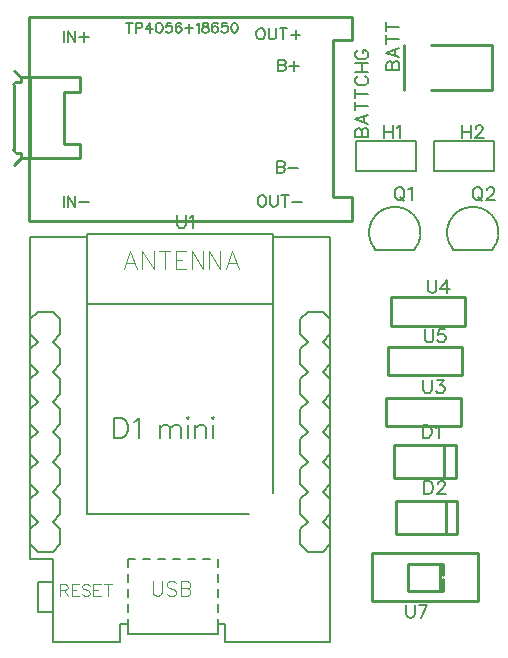
<source format=gto>
G04 Layer: TopSilkscreenLayer*
G04 EasyEDA v6.5.47, 2024-10-06 10:13:02*
G04 ffcbb33f17924234841025c486cc4069,e014b3835f5d4d88964e6d66dd9d747e,10*
G04 Gerber Generator version 0.2*
G04 Scale: 100 percent, Rotated: No, Reflected: No *
G04 Dimensions in millimeters *
G04 leading zeros omitted , absolute positions ,4 integer and 5 decimal *
%FSLAX45Y45*%
%MOMM*%

%ADD10C,0.1524*%
%ADD11C,0.1219*%
%ADD12C,0.1422*%
%ADD13C,0.0813*%
%ADD14C,0.1016*%
%ADD15C,0.2032*%
%ADD16C,0.2540*%
%ADD17C,0.2030*%
%ADD18C,0.1520*%
%ADD19C,0.1270*%
%ADD20C,0.0159*%

%LPD*%
D10*
X4099306Y4852415D02*
G01*
X4099306Y4743450D01*
X4099306Y4852415D02*
G01*
X4135627Y4852415D01*
X4151375Y4847336D01*
X4161536Y4836921D01*
X4166870Y4826507D01*
X4171950Y4810760D01*
X4171950Y4784852D01*
X4166870Y4769357D01*
X4161536Y4758944D01*
X4151375Y4748529D01*
X4135627Y4743450D01*
X4099306Y4743450D01*
X4206240Y4831587D02*
G01*
X4216654Y4836921D01*
X4232402Y4852415D01*
X4232402Y4743450D01*
X4112006Y4382515D02*
G01*
X4112006Y4273550D01*
X4112006Y4382515D02*
G01*
X4148327Y4382515D01*
X4164075Y4377436D01*
X4174236Y4367021D01*
X4179570Y4356607D01*
X4184650Y4340860D01*
X4184650Y4314952D01*
X4179570Y4299457D01*
X4174236Y4289044D01*
X4164075Y4278629D01*
X4148327Y4273550D01*
X4112006Y4273550D01*
X4224274Y4356607D02*
G01*
X4224274Y4361687D01*
X4229354Y4372102D01*
X4234688Y4377436D01*
X4245102Y4382515D01*
X4265675Y4382515D01*
X4276090Y4377436D01*
X4281424Y4372102D01*
X4286504Y4361687D01*
X4286504Y4351273D01*
X4281424Y4340860D01*
X4271009Y4325365D01*
X4218940Y4273550D01*
X4291838Y4273550D01*
X3789197Y7861274D02*
G01*
X3898163Y7861274D01*
X3789197Y7861274D02*
G01*
X3789197Y7908010D01*
X3794277Y7923758D01*
X3799611Y7928838D01*
X3810025Y7933918D01*
X3820439Y7933918D01*
X3830853Y7928838D01*
X3835933Y7923758D01*
X3841013Y7908010D01*
X3841013Y7861274D02*
G01*
X3841013Y7908010D01*
X3846347Y7923758D01*
X3851427Y7928838D01*
X3861841Y7933918D01*
X3877589Y7933918D01*
X3888003Y7928838D01*
X3893083Y7923758D01*
X3898163Y7908010D01*
X3898163Y7861274D01*
X3789197Y8009864D02*
G01*
X3898163Y7968208D01*
X3789197Y8009864D02*
G01*
X3898163Y8051520D01*
X3861841Y7983956D02*
G01*
X3861841Y8035772D01*
X3789197Y8122132D02*
G01*
X3898163Y8122132D01*
X3789197Y8085810D02*
G01*
X3789197Y8158454D01*
X3789197Y8229066D02*
G01*
X3898163Y8229066D01*
X3789197Y8192744D02*
G01*
X3789197Y8265388D01*
X3771900Y7392415D02*
G01*
X3771900Y7283450D01*
X3844543Y7392415D02*
G01*
X3844543Y7283450D01*
X3771900Y7340600D02*
G01*
X3844543Y7340600D01*
X3878834Y7371587D02*
G01*
X3889247Y7376921D01*
X3904995Y7392415D01*
X3904995Y7283450D01*
X4432300Y7392415D02*
G01*
X4432300Y7283450D01*
X4504943Y7392415D02*
G01*
X4504943Y7283450D01*
X4432300Y7340600D02*
G01*
X4504943Y7340600D01*
X4544568Y7366508D02*
G01*
X4544568Y7371587D01*
X4549647Y7382002D01*
X4554981Y7387336D01*
X4565395Y7392415D01*
X4585970Y7392415D01*
X4596384Y7387336D01*
X4601718Y7382002D01*
X4606797Y7371587D01*
X4606797Y7361173D01*
X4601718Y7350760D01*
X4591304Y7335265D01*
X4539234Y7283450D01*
X4612131Y7283450D01*
X3889857Y6871563D02*
G01*
X3879443Y6866483D01*
X3869029Y6856069D01*
X3863695Y6845655D01*
X3858615Y6829907D01*
X3858615Y6803999D01*
X3863695Y6788505D01*
X3869029Y6778091D01*
X3879443Y6767677D01*
X3889857Y6762597D01*
X3910685Y6762597D01*
X3920845Y6767677D01*
X3931259Y6778091D01*
X3936593Y6788505D01*
X3941673Y6803999D01*
X3941673Y6829907D01*
X3936593Y6845655D01*
X3931259Y6856069D01*
X3920845Y6866483D01*
X3910685Y6871563D01*
X3889857Y6871563D01*
X3905351Y6783171D02*
G01*
X3936593Y6752183D01*
X3975963Y6850735D02*
G01*
X3986377Y6856069D01*
X4002125Y6871563D01*
X4002125Y6762597D01*
X4550257Y6871563D02*
G01*
X4539843Y6866483D01*
X4529429Y6856069D01*
X4524095Y6845655D01*
X4519015Y6829907D01*
X4519015Y6803999D01*
X4524095Y6788505D01*
X4529429Y6778091D01*
X4539843Y6767677D01*
X4550257Y6762597D01*
X4571085Y6762597D01*
X4581245Y6767677D01*
X4591659Y6778091D01*
X4596993Y6788505D01*
X4602073Y6803999D01*
X4602073Y6829907D01*
X4596993Y6845655D01*
X4591659Y6856069D01*
X4581245Y6866483D01*
X4571085Y6871563D01*
X4550257Y6871563D01*
X4565751Y6783171D02*
G01*
X4596993Y6752183D01*
X4641697Y6845655D02*
G01*
X4641697Y6850735D01*
X4646777Y6861149D01*
X4652111Y6866483D01*
X4662525Y6871563D01*
X4683099Y6871563D01*
X4693513Y6866483D01*
X4698847Y6861149D01*
X4703927Y6850735D01*
X4703927Y6840321D01*
X4698847Y6829907D01*
X4688433Y6814413D01*
X4636363Y6762597D01*
X4709261Y6762597D01*
X2019300Y6630415D02*
G01*
X2019300Y6552437D01*
X2024379Y6536944D01*
X2034793Y6526529D01*
X2050541Y6521450D01*
X2060956Y6521450D01*
X2076450Y6526529D01*
X2086863Y6536944D01*
X2091943Y6552437D01*
X2091943Y6630415D01*
X2126234Y6609587D02*
G01*
X2136647Y6614921D01*
X2152395Y6630415D01*
X2152395Y6521450D01*
D11*
X1620012Y6325870D02*
G01*
X1564639Y6180581D01*
X1620012Y6325870D02*
G01*
X1675384Y6180581D01*
X1585468Y6229095D02*
G01*
X1654810Y6229095D01*
X1721104Y6325870D02*
G01*
X1721104Y6180581D01*
X1721104Y6325870D02*
G01*
X1818131Y6180581D01*
X1818131Y6325870D02*
G01*
X1818131Y6180581D01*
X1912365Y6325870D02*
G01*
X1912365Y6180581D01*
X1863852Y6325870D02*
G01*
X1960879Y6325870D01*
X2006600Y6325870D02*
G01*
X2006600Y6180581D01*
X2006600Y6325870D02*
G01*
X2096770Y6325870D01*
X2006600Y6256781D02*
G01*
X2061972Y6256781D01*
X2006600Y6180581D02*
G01*
X2096770Y6180581D01*
X2142490Y6325870D02*
G01*
X2142490Y6180581D01*
X2142490Y6325870D02*
G01*
X2239263Y6180581D01*
X2239263Y6325870D02*
G01*
X2239263Y6180581D01*
X2284984Y6325870D02*
G01*
X2284984Y6180581D01*
X2284984Y6325870D02*
G01*
X2382011Y6180581D01*
X2382011Y6325870D02*
G01*
X2382011Y6180581D01*
X2483104Y6325870D02*
G01*
X2427731Y6180581D01*
X2483104Y6325870D02*
G01*
X2538729Y6180581D01*
X2448559Y6229095D02*
G01*
X2517902Y6229095D01*
D12*
X1484629Y4916423D02*
G01*
X1484629Y4746752D01*
X1484629Y4916423D02*
G01*
X1541271Y4916423D01*
X1565402Y4908550D01*
X1581657Y4892294D01*
X1589786Y4876037D01*
X1597660Y4851907D01*
X1597660Y4811521D01*
X1589786Y4787137D01*
X1581657Y4771136D01*
X1565402Y4754879D01*
X1541271Y4746752D01*
X1484629Y4746752D01*
X1651000Y4884165D02*
G01*
X1667255Y4892294D01*
X1691639Y4916423D01*
X1691639Y4746752D01*
X1869439Y4860036D02*
G01*
X1869439Y4746752D01*
X1869439Y4827523D02*
G01*
X1893570Y4851907D01*
X1909826Y4860036D01*
X1933956Y4860036D01*
X1950211Y4851907D01*
X1958340Y4827523D01*
X1958340Y4746752D01*
X1958340Y4827523D02*
G01*
X1982470Y4851907D01*
X1998725Y4860036D01*
X2022856Y4860036D01*
X2039111Y4851907D01*
X2047240Y4827523D01*
X2047240Y4746752D01*
X2100579Y4916423D02*
G01*
X2108454Y4908550D01*
X2116581Y4916423D01*
X2108454Y4924552D01*
X2100579Y4916423D01*
X2108454Y4860036D02*
G01*
X2108454Y4746752D01*
X2169922Y4860036D02*
G01*
X2169922Y4746752D01*
X2169922Y4827523D02*
G01*
X2194306Y4851907D01*
X2210308Y4860036D01*
X2234691Y4860036D01*
X2250693Y4851907D01*
X2258822Y4827523D01*
X2258822Y4746752D01*
X2312161Y4916423D02*
G01*
X2320290Y4908550D01*
X2328418Y4916423D01*
X2320290Y4924552D01*
X2312161Y4916423D01*
X2320290Y4860036D02*
G01*
X2320290Y4746752D01*
D13*
X1028700Y3506215D02*
G01*
X1028700Y3409187D01*
X1028700Y3506215D02*
G01*
X1070355Y3506215D01*
X1084071Y3501389D01*
X1088644Y3496818D01*
X1093470Y3487673D01*
X1093470Y3478529D01*
X1088644Y3469131D01*
X1084071Y3464560D01*
X1070355Y3459987D01*
X1028700Y3459987D01*
X1060957Y3459987D02*
G01*
X1093470Y3409187D01*
X1123950Y3506215D02*
G01*
X1123950Y3409187D01*
X1123950Y3506215D02*
G01*
X1183894Y3506215D01*
X1123950Y3459987D02*
G01*
X1160779Y3459987D01*
X1123950Y3409187D02*
G01*
X1183894Y3409187D01*
X1278889Y3492245D02*
G01*
X1269745Y3501389D01*
X1256029Y3506215D01*
X1237487Y3506215D01*
X1223518Y3501389D01*
X1214373Y3492245D01*
X1214373Y3483102D01*
X1218945Y3473704D01*
X1223518Y3469131D01*
X1232915Y3464560D01*
X1260602Y3455415D01*
X1269745Y3450589D01*
X1274318Y3446018D01*
X1278889Y3436873D01*
X1278889Y3422904D01*
X1269745Y3413760D01*
X1256029Y3409187D01*
X1237487Y3409187D01*
X1223518Y3413760D01*
X1214373Y3422904D01*
X1309370Y3506215D02*
G01*
X1309370Y3409187D01*
X1309370Y3506215D02*
G01*
X1369568Y3506215D01*
X1309370Y3459987D02*
G01*
X1346454Y3459987D01*
X1309370Y3409187D02*
G01*
X1369568Y3409187D01*
X1432305Y3506215D02*
G01*
X1432305Y3409187D01*
X1400047Y3506215D02*
G01*
X1464563Y3506215D01*
D14*
X1809750Y3531870D02*
G01*
X1809750Y3445255D01*
X1815592Y3427729D01*
X1827021Y3416300D01*
X1844294Y3410457D01*
X1855978Y3410457D01*
X1873250Y3416300D01*
X1884679Y3427729D01*
X1890521Y3445255D01*
X1890521Y3531870D01*
X2009393Y3514344D02*
G01*
X1997963Y3526028D01*
X1980691Y3531870D01*
X1957577Y3531870D01*
X1940306Y3526028D01*
X1928621Y3514344D01*
X1928621Y3502913D01*
X1934463Y3491229D01*
X1940306Y3485642D01*
X1951736Y3479800D01*
X1986279Y3468370D01*
X1997963Y3462528D01*
X2003806Y3456686D01*
X2009393Y3445255D01*
X2009393Y3427729D01*
X1997963Y3416300D01*
X1980691Y3410457D01*
X1957577Y3410457D01*
X1940306Y3416300D01*
X1928621Y3427729D01*
X2047493Y3531870D02*
G01*
X2047493Y3410457D01*
X2047493Y3531870D02*
G01*
X2099563Y3531870D01*
X2116836Y3526028D01*
X2122677Y3520186D01*
X2128520Y3508755D01*
X2128520Y3497071D01*
X2122677Y3485642D01*
X2116836Y3479800D01*
X2099563Y3473957D01*
X2047493Y3473957D02*
G01*
X2099563Y3473957D01*
X2116836Y3468370D01*
X2122677Y3462528D01*
X2128520Y3450844D01*
X2128520Y3433571D01*
X2122677Y3422142D01*
X2116836Y3416300D01*
X2099563Y3410457D01*
X2047493Y3410457D01*
D10*
X3527087Y7294679D02*
G01*
X3636053Y7294679D01*
X3527087Y7294679D02*
G01*
X3527087Y7341415D01*
X3532167Y7356909D01*
X3537501Y7362243D01*
X3547915Y7367323D01*
X3558075Y7367323D01*
X3568489Y7362243D01*
X3573823Y7356909D01*
X3578903Y7341415D01*
X3578903Y7294679D02*
G01*
X3578903Y7341415D01*
X3584237Y7356909D01*
X3589317Y7362243D01*
X3599731Y7367323D01*
X3615225Y7367323D01*
X3625639Y7362243D01*
X3630973Y7356909D01*
X3636053Y7341415D01*
X3636053Y7294679D01*
X3527087Y7443269D02*
G01*
X3636053Y7401613D01*
X3527087Y7443269D02*
G01*
X3636053Y7484925D01*
X3599731Y7417361D02*
G01*
X3599731Y7469177D01*
X3527087Y7555537D02*
G01*
X3636053Y7555537D01*
X3527087Y7519215D02*
G01*
X3527087Y7591859D01*
X3527087Y7662471D02*
G01*
X3636053Y7662471D01*
X3527087Y7626149D02*
G01*
X3527087Y7698793D01*
X3552995Y7811061D02*
G01*
X3542581Y7805981D01*
X3532167Y7795567D01*
X3527087Y7785153D01*
X3527087Y7764325D01*
X3532167Y7753911D01*
X3542581Y7743497D01*
X3552995Y7738417D01*
X3568489Y7733083D01*
X3594651Y7733083D01*
X3610145Y7738417D01*
X3620559Y7743497D01*
X3630973Y7753911D01*
X3636053Y7764325D01*
X3636053Y7785153D01*
X3630973Y7795567D01*
X3620559Y7805981D01*
X3610145Y7811061D01*
X3527087Y7845351D02*
G01*
X3636053Y7845351D01*
X3527087Y7918249D02*
G01*
X3636053Y7918249D01*
X3578903Y7845351D02*
G01*
X3578903Y7918249D01*
X3552995Y8030263D02*
G01*
X3542581Y8025183D01*
X3532167Y8014769D01*
X3527087Y8004355D01*
X3527087Y7983527D01*
X3532167Y7973113D01*
X3542581Y7962699D01*
X3552995Y7957619D01*
X3568489Y7952539D01*
X3594651Y7952539D01*
X3610145Y7957619D01*
X3620559Y7962699D01*
X3630973Y7973113D01*
X3636053Y7983527D01*
X3636053Y8004355D01*
X3630973Y8014769D01*
X3620559Y8025183D01*
X3610145Y8030263D01*
X3594651Y8030263D01*
X3594651Y8004355D02*
G01*
X3594651Y8030263D01*
D15*
X2716529Y8216188D02*
G01*
X2707386Y8211616D01*
X2697988Y8202472D01*
X2693415Y8193328D01*
X2689352Y8179866D01*
X2689352Y8157006D01*
X2693415Y8143290D01*
X2697988Y8134400D01*
X2707386Y8125256D01*
X2716529Y8120684D01*
X2734309Y8120684D01*
X2743454Y8125256D01*
X2753106Y8134400D01*
X2756915Y8143290D01*
X2761488Y8157006D01*
X2761488Y8179866D01*
X2756915Y8193328D01*
X2753106Y8202472D01*
X2743454Y8211616D01*
X2734309Y8216188D01*
X2716529Y8216188D01*
X2791459Y8216188D02*
G01*
X2791459Y8147862D01*
X2796286Y8134400D01*
X2805429Y8125256D01*
X2818891Y8120684D01*
X2828036Y8120684D01*
X2842006Y8125256D01*
X2850641Y8134400D01*
X2855213Y8147862D01*
X2855213Y8216188D01*
X2916936Y8216188D02*
G01*
X2916936Y8120684D01*
X2885186Y8216188D02*
G01*
X2948940Y8216188D01*
X3020059Y8202472D02*
G01*
X3020059Y8120684D01*
X2978911Y8161578D02*
G01*
X3060954Y8161578D01*
X2874518Y7948726D02*
G01*
X2874518Y7853222D01*
X2874518Y7948726D02*
G01*
X2914650Y7948726D01*
X2928874Y7944154D01*
X2933445Y7939582D01*
X2938272Y7930438D01*
X2938272Y7921294D01*
X2933445Y7912404D01*
X2928874Y7907832D01*
X2914650Y7903260D01*
X2874518Y7903260D02*
G01*
X2914650Y7903260D01*
X2928874Y7898688D01*
X2933445Y7894116D01*
X2938272Y7884972D01*
X2938272Y7871510D01*
X2933445Y7862366D01*
X2928874Y7857794D01*
X2914650Y7853222D01*
X2874518Y7853222D01*
X3008375Y7935010D02*
G01*
X3008375Y7853222D01*
X2968243Y7894116D02*
G01*
X3049524Y7894116D01*
X2864865Y7088936D02*
G01*
X2864865Y6993178D01*
X2864865Y7088936D02*
G01*
X2905506Y7088936D01*
X2919475Y7084364D01*
X2924047Y7079538D01*
X2928620Y7070394D01*
X2928620Y7061504D01*
X2924047Y7052614D01*
X2919475Y7047788D01*
X2905506Y7043216D01*
X2864865Y7043216D02*
G01*
X2905506Y7043216D01*
X2919475Y7038644D01*
X2924047Y7034326D01*
X2928620Y7024928D01*
X2928620Y7011466D01*
X2924047Y7002576D01*
X2919475Y6998004D01*
X2905506Y6993178D01*
X2864865Y6993178D01*
X2958591Y7034326D02*
G01*
X3040379Y7034326D01*
X2728213Y6799376D02*
G01*
X2720086Y6794804D01*
X2710688Y6785660D01*
X2705861Y6776516D01*
X2701290Y6763054D01*
X2701290Y6740194D01*
X2705861Y6726478D01*
X2710688Y6717588D01*
X2720086Y6708444D01*
X2728213Y6703872D01*
X2747009Y6703872D01*
X2755645Y6708444D01*
X2764790Y6717588D01*
X2769361Y6726478D01*
X2774188Y6740194D01*
X2774188Y6763054D01*
X2769361Y6776516D01*
X2764790Y6785660D01*
X2755645Y6794804D01*
X2747009Y6799376D01*
X2728213Y6799376D01*
X2804159Y6799376D02*
G01*
X2804159Y6731050D01*
X2808986Y6717588D01*
X2817368Y6708444D01*
X2831338Y6703872D01*
X2840736Y6703872D01*
X2853690Y6708444D01*
X2863088Y6717588D01*
X2867913Y6731050D01*
X2867913Y6799376D01*
X2929636Y6799376D02*
G01*
X2929636Y6703872D01*
X2897886Y6799376D02*
G01*
X2961640Y6799376D01*
X2991611Y6744766D02*
G01*
X3072891Y6744766D01*
X1063244Y8194598D02*
G01*
X1063244Y8099094D01*
X1093215Y8194598D02*
G01*
X1093215Y8099094D01*
X1093215Y8194598D02*
G01*
X1156970Y8099094D01*
X1156970Y8194598D02*
G01*
X1156970Y8099094D01*
X1227836Y8180882D02*
G01*
X1227836Y8099094D01*
X1186942Y8139988D02*
G01*
X1268729Y8139988D01*
X1063244Y6797598D02*
G01*
X1063244Y6702094D01*
X1093215Y6797598D02*
G01*
X1093215Y6702094D01*
X1093215Y6797598D02*
G01*
X1156970Y6702094D01*
X1156970Y6797598D02*
G01*
X1156970Y6702094D01*
X1186942Y6742988D02*
G01*
X1268729Y6742988D01*
X1611884Y8262924D02*
G01*
X1611884Y8178088D01*
X1583689Y8262924D02*
G01*
X1640331Y8262924D01*
X1667002Y8262924D02*
G01*
X1667002Y8178088D01*
X1667002Y8262924D02*
G01*
X1703323Y8262924D01*
X1715515Y8258860D01*
X1719579Y8254796D01*
X1723389Y8246668D01*
X1723389Y8234730D01*
X1719579Y8226602D01*
X1715515Y8222538D01*
X1703323Y8218474D01*
X1667002Y8218474D01*
X1790700Y8262924D02*
G01*
X1750060Y8206282D01*
X1810765Y8206282D01*
X1790700Y8262924D02*
G01*
X1790700Y8178088D01*
X1861820Y8262924D02*
G01*
X1849628Y8258860D01*
X1841500Y8246668D01*
X1837436Y8226602D01*
X1837436Y8214410D01*
X1841500Y8194090D01*
X1849628Y8182152D01*
X1861820Y8178088D01*
X1869694Y8178088D01*
X1881886Y8182152D01*
X1890013Y8194090D01*
X1894078Y8214410D01*
X1894078Y8226602D01*
X1890013Y8246668D01*
X1881886Y8258860D01*
X1869694Y8262924D01*
X1861820Y8262924D01*
X1969261Y8262924D02*
G01*
X1928876Y8262924D01*
X1924812Y8226602D01*
X1928876Y8230666D01*
X1940813Y8234730D01*
X1953006Y8234730D01*
X1965197Y8230666D01*
X1973325Y8222538D01*
X1977390Y8210346D01*
X1977390Y8202218D01*
X1973325Y8190280D01*
X1965197Y8182152D01*
X1953006Y8178088D01*
X1940813Y8178088D01*
X1928876Y8182152D01*
X1924812Y8186216D01*
X1920747Y8194090D01*
X2052320Y8250732D02*
G01*
X2048509Y8258860D01*
X2036318Y8262924D01*
X2028190Y8262924D01*
X2015997Y8258860D01*
X2007870Y8246668D01*
X2004059Y8226602D01*
X2004059Y8206282D01*
X2007870Y8190280D01*
X2015997Y8182152D01*
X2028190Y8178088D01*
X2032254Y8178088D01*
X2044445Y8182152D01*
X2052320Y8190280D01*
X2056384Y8202218D01*
X2056384Y8206282D01*
X2052320Y8218474D01*
X2044445Y8226602D01*
X2032254Y8230666D01*
X2028190Y8230666D01*
X2015997Y8226602D01*
X2007870Y8218474D01*
X2004059Y8206282D01*
X2119629Y8250732D02*
G01*
X2119629Y8178088D01*
X2083054Y8214410D02*
G01*
X2155952Y8214410D01*
X2182622Y8246668D02*
G01*
X2190750Y8250732D01*
X2202688Y8262924D01*
X2202688Y8178088D01*
X2249677Y8262924D02*
G01*
X2237486Y8258860D01*
X2233422Y8250732D01*
X2233422Y8242604D01*
X2237486Y8234730D01*
X2245613Y8230666D01*
X2261870Y8226602D01*
X2273808Y8222538D01*
X2281936Y8214410D01*
X2286000Y8206282D01*
X2286000Y8194090D01*
X2281936Y8186216D01*
X2277872Y8182152D01*
X2265679Y8178088D01*
X2249677Y8178088D01*
X2237486Y8182152D01*
X2233422Y8186216D01*
X2229358Y8194090D01*
X2229358Y8206282D01*
X2233422Y8214410D01*
X2241550Y8222538D01*
X2253741Y8226602D01*
X2269743Y8230666D01*
X2277872Y8234730D01*
X2281936Y8242604D01*
X2281936Y8250732D01*
X2277872Y8258860D01*
X2265679Y8262924D01*
X2249677Y8262924D01*
X2361184Y8250732D02*
G01*
X2357120Y8258860D01*
X2344927Y8262924D01*
X2336800Y8262924D01*
X2324861Y8258860D01*
X2316734Y8246668D01*
X2312670Y8226602D01*
X2312670Y8206282D01*
X2316734Y8190280D01*
X2324861Y8182152D01*
X2336800Y8178088D01*
X2340863Y8178088D01*
X2353056Y8182152D01*
X2361184Y8190280D01*
X2365247Y8202218D01*
X2365247Y8206282D01*
X2361184Y8218474D01*
X2353056Y8226602D01*
X2340863Y8230666D01*
X2336800Y8230666D01*
X2324861Y8226602D01*
X2316734Y8218474D01*
X2312670Y8206282D01*
X2440431Y8262924D02*
G01*
X2400045Y8262924D01*
X2395981Y8226602D01*
X2400045Y8230666D01*
X2411984Y8234730D01*
X2424175Y8234730D01*
X2436368Y8230666D01*
X2444495Y8222538D01*
X2448559Y8210346D01*
X2448559Y8202218D01*
X2444495Y8190280D01*
X2436368Y8182152D01*
X2424175Y8178088D01*
X2411984Y8178088D01*
X2400045Y8182152D01*
X2395981Y8186216D01*
X2391918Y8194090D01*
X2499359Y8262924D02*
G01*
X2487168Y8258860D01*
X2479040Y8246668D01*
X2475229Y8226602D01*
X2475229Y8214410D01*
X2479040Y8194090D01*
X2487168Y8182152D01*
X2499359Y8178088D01*
X2507488Y8178088D01*
X2519679Y8182152D01*
X2527554Y8194090D01*
X2531618Y8214410D01*
X2531618Y8226602D01*
X2527554Y8246668D01*
X2519679Y8258860D01*
X2507488Y8262924D01*
X2499359Y8262924D01*
D10*
X4102100Y5233415D02*
G01*
X4102100Y5155437D01*
X4107179Y5139944D01*
X4117593Y5129529D01*
X4133341Y5124450D01*
X4143756Y5124450D01*
X4159250Y5129529D01*
X4169663Y5139944D01*
X4174743Y5155437D01*
X4174743Y5233415D01*
X4219447Y5233415D02*
G01*
X4276597Y5233415D01*
X4245609Y5191760D01*
X4261104Y5191760D01*
X4271518Y5186679D01*
X4276597Y5181600D01*
X4281931Y5165852D01*
X4281931Y5155437D01*
X4276597Y5139944D01*
X4266184Y5129529D01*
X4250690Y5124450D01*
X4235195Y5124450D01*
X4219447Y5129529D01*
X4214368Y5134610D01*
X4209034Y5145023D01*
X4140200Y6084315D02*
G01*
X4140200Y6006337D01*
X4145279Y5990844D01*
X4155693Y5980429D01*
X4171441Y5975350D01*
X4181856Y5975350D01*
X4197350Y5980429D01*
X4207763Y5990844D01*
X4212843Y6006337D01*
X4212843Y6084315D01*
X4299204Y6084315D02*
G01*
X4247134Y6011671D01*
X4325111Y6011671D01*
X4299204Y6084315D02*
G01*
X4299204Y5975350D01*
X4114800Y5665215D02*
G01*
X4114800Y5587237D01*
X4119879Y5571744D01*
X4130293Y5561329D01*
X4146041Y5556250D01*
X4156456Y5556250D01*
X4171950Y5561329D01*
X4182363Y5571744D01*
X4187443Y5587237D01*
X4187443Y5665215D01*
X4284218Y5665215D02*
G01*
X4232147Y5665215D01*
X4227068Y5618479D01*
X4232147Y5623560D01*
X4247895Y5628894D01*
X4263390Y5628894D01*
X4278884Y5623560D01*
X4289297Y5613400D01*
X4294631Y5597652D01*
X4294631Y5587237D01*
X4289297Y5571744D01*
X4278884Y5561329D01*
X4263390Y5556250D01*
X4247895Y5556250D01*
X4232147Y5561329D01*
X4227068Y5566410D01*
X4221734Y5576823D01*
X3956367Y3333750D02*
G01*
X3956367Y3255771D01*
X3961447Y3240278D01*
X3971861Y3229863D01*
X3987609Y3224784D01*
X3998023Y3224784D01*
X4013517Y3229863D01*
X4023931Y3240278D01*
X4029011Y3255771D01*
X4029011Y3333750D01*
X4136199Y3333750D02*
G01*
X4084129Y3224784D01*
X4063301Y3333750D02*
G01*
X4136199Y3333750D01*
D16*
X4278873Y4406600D02*
G01*
X4278873Y4686599D01*
X4374799Y4406600D02*
G01*
X4374799Y4686599D01*
X4374799Y4686599D02*
G01*
X3854800Y4686599D01*
X3854800Y4406600D02*
G01*
X3854800Y4686599D01*
X4374799Y4406600D02*
G01*
X3854800Y4406600D01*
X4291573Y3936700D02*
G01*
X4291573Y4216699D01*
X4387499Y3936700D02*
G01*
X4387499Y4216699D01*
X4387499Y4216699D02*
G01*
X3867500Y4216699D01*
X3867500Y3936700D02*
G01*
X3867500Y4216699D01*
X4387499Y3936700D02*
G01*
X3867500Y3936700D01*
X3936314Y8076694D02*
G01*
X3936314Y7696700D01*
X3938198Y8076694D02*
G01*
X3936314Y8076694D01*
X3938198Y7696700D02*
G01*
X3936314Y7696700D01*
X4686312Y7696700D02*
G01*
X4164429Y7696700D01*
X4686312Y8076694D02*
G01*
X4164429Y8076694D01*
X4686312Y8076694D02*
G01*
X4686312Y7696700D01*
D15*
X4038600Y7264400D02*
G01*
X4038600Y7010400D01*
X3530600Y7010400D01*
X3530600Y7264400D01*
X3721100Y7264400D01*
D17*
X4038600Y7264400D02*
G01*
X3721100Y7264400D01*
D15*
X4699000Y7264400D02*
G01*
X4699000Y7010400D01*
X4191000Y7010400D01*
X4191000Y7264400D01*
X4381500Y7264400D01*
D17*
X4699000Y7264400D02*
G01*
X4381500Y7264400D01*
D18*
X3695811Y6341602D02*
G01*
X4025811Y6341602D01*
X4356211Y6341602D02*
G01*
X4686211Y6341602D01*
D19*
X774700Y4991100D02*
G01*
X838200Y5054600D01*
X774700Y5118100D01*
X774700Y5245100D01*
X838200Y5308600D01*
X774700Y5372100D01*
X774700Y5499100D01*
X838200Y5562600D01*
X774700Y5626100D01*
X774700Y5753100D01*
X838200Y5816600D01*
X965200Y5816600D01*
X1028700Y5753100D01*
X1028700Y5626100D01*
X965200Y5562600D01*
X1028700Y5499100D01*
X1028700Y5372100D01*
X965200Y5308600D01*
X1028700Y5245100D01*
X1028700Y5118100D01*
X965200Y5054600D01*
X1028700Y4991100D01*
X1028700Y4864100D01*
X965200Y4800600D01*
X1028700Y4737100D01*
X1028700Y4610100D01*
X965200Y4546600D01*
X1028700Y4483100D01*
X1028700Y4356100D01*
X965200Y4292600D01*
X1028700Y4229100D01*
X1028700Y4102100D01*
X965200Y4038600D01*
X1028700Y3975100D01*
X1028700Y3848100D01*
X965200Y3784600D01*
X838200Y3784600D01*
X774700Y3848100D01*
X774700Y4864100D02*
G01*
X838200Y4800600D01*
X774700Y4737100D01*
X774700Y4610100D02*
G01*
X838200Y4546600D01*
X774700Y4483100D01*
X774700Y4356100D02*
G01*
X838200Y4292600D01*
X774700Y4229100D01*
X774700Y4102100D02*
G01*
X838200Y4038600D01*
X774700Y3975100D01*
X774700Y5753100D02*
G01*
X774700Y6451600D01*
X1257300Y6451600D01*
X1257300Y5880100D01*
X2832100Y5880100D01*
X2832100Y4279900D01*
X2832100Y5880100D02*
G01*
X2832100Y6451600D01*
X3314700Y6451600D01*
X3314700Y5753100D01*
X3314700Y5626100D01*
X3314700Y5499100D01*
X3314700Y5372100D01*
X3314700Y5245100D01*
X3314700Y5118100D01*
X3314700Y3022600D01*
X2425700Y3022600D01*
X2425700Y3175000D01*
X2362200Y3175000D01*
X2362200Y3213100D01*
X774700Y5245100D02*
G01*
X774700Y5372100D01*
X774700Y5499100D02*
G01*
X774700Y5626100D01*
X3314700Y5118100D02*
G01*
X3251200Y5054600D01*
X3314700Y4991100D01*
X3314700Y4864100D02*
G01*
X3251200Y4800600D01*
X3314700Y4737100D01*
X3314700Y4610100D02*
G01*
X3251200Y4546600D01*
X3314700Y4483100D01*
X3314700Y4356100D02*
G01*
X3251200Y4292600D01*
X3314700Y4229100D01*
X3314700Y4102100D02*
G01*
X3251200Y4038600D01*
X3314700Y3975100D01*
X3314700Y3848100D02*
G01*
X3251200Y3784600D01*
X3124200Y3784600D01*
X3060700Y3848100D01*
X3060700Y3975100D01*
X3124200Y4038600D01*
X3060700Y4102100D01*
X3060700Y4229100D01*
X3124200Y4292600D01*
X3060700Y4356100D01*
X3060700Y4483100D01*
X3124200Y4546600D01*
X3060700Y4610100D01*
X3060700Y4737100D01*
X3124200Y4800600D01*
X3060700Y4864100D01*
X3060700Y4991100D01*
X3124200Y5054600D01*
X3060700Y5118100D01*
X3060700Y5245100D01*
X3124200Y5308600D01*
X3060700Y5372100D01*
X3060700Y5499100D01*
X3124200Y5562600D01*
X3060700Y5626100D01*
X3060700Y5753100D01*
X3124200Y5816600D01*
X3251200Y5816600D01*
X3314700Y5753100D01*
X3314700Y5626100D02*
G01*
X3251200Y5562600D01*
X3314700Y5499100D01*
X3314700Y5372100D02*
G01*
X3251200Y5308600D01*
X3314700Y5245100D01*
X774700Y5118100D02*
G01*
X774700Y3721100D01*
X965200Y3721100D01*
X965200Y3530600D01*
X965200Y3276600D01*
X965200Y3022600D01*
X1536700Y3022600D01*
X1536700Y3175000D01*
X1600200Y3175000D01*
X1600200Y3213100D01*
X965200Y3530600D02*
G01*
X838200Y3530600D01*
X838200Y3276600D01*
X965200Y3276600D01*
X1600200Y3175000D02*
G01*
X1600200Y3086100D01*
X2362200Y3086100D01*
X2362200Y3175000D01*
X1663700Y3721100D02*
G01*
X1600200Y3721100D01*
X1600200Y3657600D01*
X1600200Y3594100D02*
G01*
X1600200Y3530600D01*
X1600200Y3467100D02*
G01*
X1600200Y3403600D01*
X1600200Y3340100D02*
G01*
X1600200Y3276600D01*
X1727200Y3721100D02*
G01*
X1790700Y3721100D01*
X1854200Y3721100D02*
G01*
X1917700Y3721100D01*
X1981200Y3721100D02*
G01*
X2044700Y3721100D01*
X2108200Y3721100D02*
G01*
X2171700Y3721100D01*
X2235200Y3721100D02*
G01*
X2298700Y3721100D01*
X2362200Y3721100D02*
G01*
X2362200Y3657600D01*
X2362200Y3594100D02*
G01*
X2362200Y3530600D01*
X2362200Y3467100D02*
G01*
X2362200Y3403600D01*
X2362200Y3340100D02*
G01*
X2362200Y3276600D01*
X1257300Y6451600D02*
G01*
X1257300Y6477000D01*
X2832100Y6477000D01*
X2832100Y6451600D01*
X1257300Y5880100D02*
G01*
X1257300Y4102100D01*
X2628900Y4102100D01*
D16*
X764489Y6584314D02*
G01*
X2044496Y6584314D01*
X3334486Y6584314D01*
X3494486Y6584314D01*
X3494486Y6784314D01*
X3334486Y6784136D01*
X3334486Y8114868D01*
X3494481Y8114309D01*
X3494481Y8314309D01*
X3334486Y8314309D01*
X764489Y8314309D01*
X764489Y6584314D01*
X697636Y7798562D02*
G01*
X697636Y7757896D01*
X697636Y7158456D02*
G01*
X697636Y7117816D01*
X697636Y7798562D02*
G01*
X768730Y7798562D01*
X768730Y7798562D02*
G01*
X1197990Y7798562D01*
X1197990Y7117816D02*
G01*
X768730Y7117816D01*
X768730Y7117816D02*
G01*
X697636Y7117816D01*
X697636Y7798562D02*
G01*
X639190Y7856956D01*
X697636Y7117816D02*
G01*
X639190Y7059396D01*
X697636Y7757896D02*
G01*
X659536Y7757896D01*
X634136Y7737576D02*
G01*
X634136Y7183856D01*
X654430Y7158456D02*
G01*
X697636Y7158456D01*
X1037970Y7798562D02*
G01*
X1197990Y7798562D01*
X1197990Y7798562D02*
G01*
X1197990Y7679156D01*
X1197990Y7117816D02*
G01*
X1197990Y7237196D01*
X1037970Y7117816D02*
G01*
X1197990Y7117816D01*
X768730Y7798562D02*
G01*
X768730Y7117816D01*
X1197990Y7679156D02*
G01*
X1058290Y7679156D01*
X1058290Y7679156D02*
G01*
X1058290Y7237196D01*
X1058290Y7237196D02*
G01*
X1197990Y7237196D01*
X3787099Y5085699D02*
G01*
X4417100Y5085699D01*
X4417100Y5085699D02*
G01*
X4417100Y4845700D01*
X4417100Y4845700D02*
G01*
X3787099Y4845700D01*
X3787099Y4845700D02*
G01*
X3787099Y5085699D01*
X3825199Y5936599D02*
G01*
X4455200Y5936599D01*
X4455200Y5936599D02*
G01*
X4455200Y5696600D01*
X4455200Y5696600D02*
G01*
X3825199Y5696600D01*
X3825199Y5696600D02*
G01*
X3825199Y5936599D01*
X3799799Y5517499D02*
G01*
X4429800Y5517499D01*
X4429800Y5517499D02*
G01*
X4429800Y5277500D01*
X4429800Y5277500D02*
G01*
X3799799Y5277500D01*
X3799799Y5277500D02*
G01*
X3799799Y5517499D01*
X4267200Y3585900D02*
G01*
X4267200Y3683000D01*
X4241800Y3683000D01*
X4233148Y3454400D02*
G01*
X4267200Y3454400D01*
X4267200Y3551499D01*
X3975100Y3454400D02*
G01*
X4241800Y3454400D01*
X4241800Y3683000D01*
X3975100Y3683000D01*
X3975100Y3454400D01*
X4565637Y3365500D02*
G01*
X3663937Y3365500D01*
X3663937Y3771900D01*
X4565637Y3771900D01*
X4565637Y3365500D01*
D18*
G75*
G01*
X4025811Y6341603D02*
G03*
X3695802Y6341720I-164954J143707D01*
G75*
G01*
X4686211Y6341603D02*
G03*
X4356202Y6341720I-164954J143707D01*
D16*
G75*
G01*
X658114Y7758481D02*
G03*
X633222Y7738415I-1316J-23840D01*
G75*
G01*
X633222Y7183425D02*
G03*
X653034Y7158533I23837J-1358D01*
M02*

</source>
